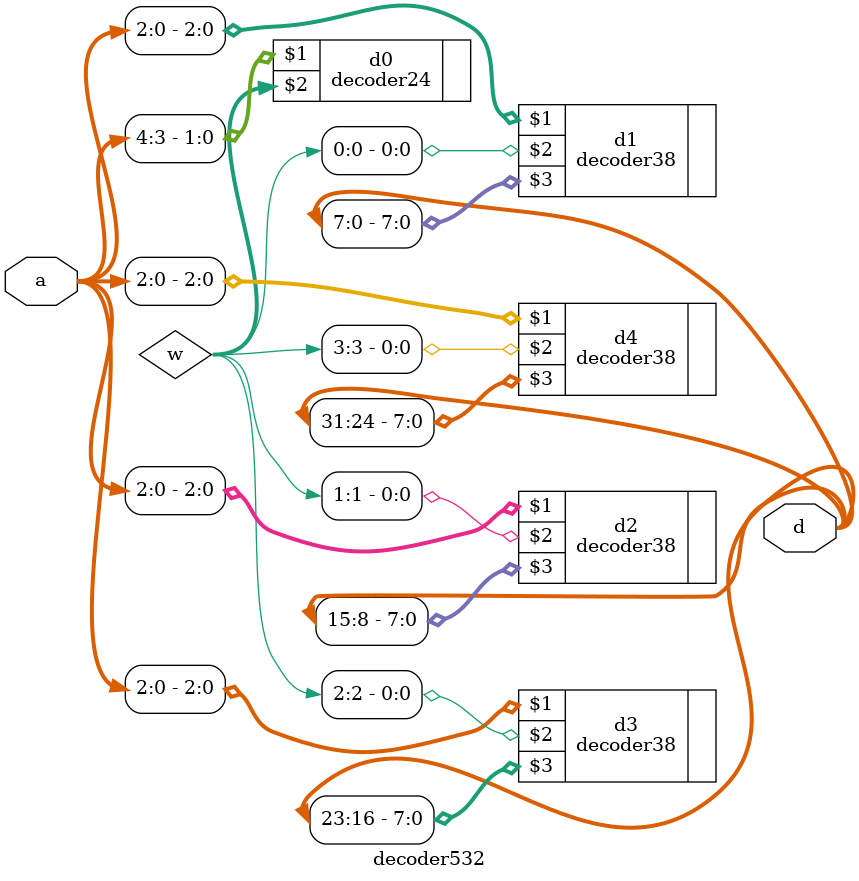
<source format=v>
module decoder532(
    input [4:0] a,
    output [31:0] d
    );

	 wire [3:0] w;
	 
	 decoder24 d0(a[4:3],w[3:0]);
	 
	 decoder38 d1(a[2:0],w[0],d[7:0]);
	 decoder38 d2(a[2:0],w[1],d[15:8]);
	 decoder38 d3(a[2:0],w[2],d[23:16]);
	 decoder38 d4(a[2:0],w[3],d[31:24]);
	 
	 endmodule
	 
</source>
